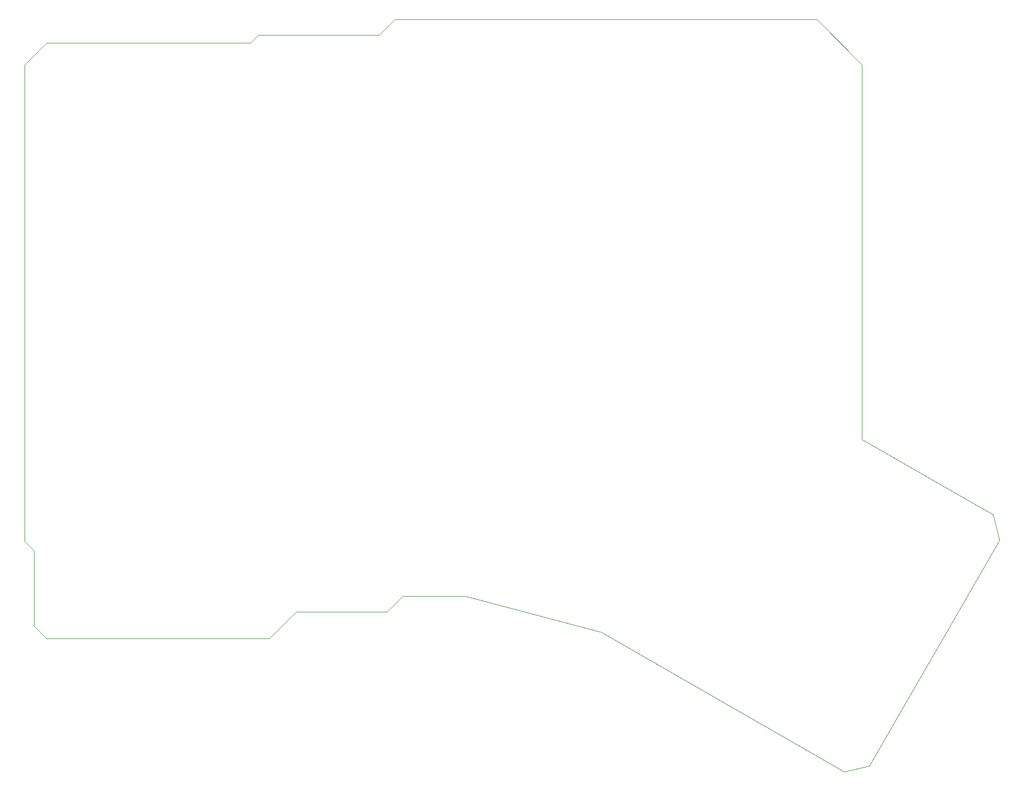
<source format=gbr>
G04 #@! TF.GenerationSoftware,KiCad,Pcbnew,(5.0.0)*
G04 #@! TF.CreationDate,2020-07-01T14:19:43-04:00*
G04 #@! TF.ProjectId,redox_rev1,7265646F785F726576312E6B69636164,1.0*
G04 #@! TF.SameCoordinates,Original*
G04 #@! TF.FileFunction,Profile,NP*
%FSLAX46Y46*%
G04 Gerber Fmt 4.6, Leading zero omitted, Abs format (unit mm)*
G04 Created by KiCad (PCBNEW (5.0.0)) date 07/01/20 14:19:43*
%MOMM*%
%LPD*%
G01*
G04 APERTURE LIST*
%ADD10C,0.100000*%
G04 APERTURE END LIST*
D10*
X215450000Y-174050000D02*
X219550000Y-173050000D01*
X239550000Y-132400000D02*
X240600000Y-136550000D01*
X84328000Y-150368000D02*
X86360000Y-152400000D01*
X82804000Y-136652000D02*
X84328000Y-138176000D01*
X82804000Y-59436000D02*
X82804000Y-136652000D01*
X86360000Y-55880000D02*
X82804000Y-59436000D01*
X119380000Y-55880000D02*
X86360000Y-55880000D01*
X120650000Y-54610000D02*
X119380000Y-55880000D01*
X140208000Y-54610000D02*
X142748000Y-52070000D01*
X140208000Y-54610000D02*
X120650000Y-54610000D01*
X211023200Y-52070000D02*
X142748000Y-52070000D01*
X218313000Y-59436000D02*
X218313000Y-64008000D01*
X218313000Y-59436000D02*
X211023200Y-52070000D01*
X154178000Y-145542000D02*
X144018000Y-145542000D01*
X218313000Y-120142000D02*
X239550000Y-132400000D01*
X218313000Y-64008000D02*
X218313000Y-120142000D01*
X219550000Y-173050000D02*
X240600000Y-136550000D01*
X176149000Y-151384000D02*
X154178000Y-145542000D01*
X215450000Y-174050000D02*
X176149000Y-151384000D01*
X141478000Y-148082000D02*
X144018000Y-145542000D01*
X126746000Y-148082000D02*
X141478000Y-148082000D01*
X122428000Y-152400000D02*
X126746000Y-148082000D01*
X86360000Y-152400000D02*
X122428000Y-152400000D01*
X84328000Y-138176000D02*
X84328000Y-150368000D01*
M02*

</source>
